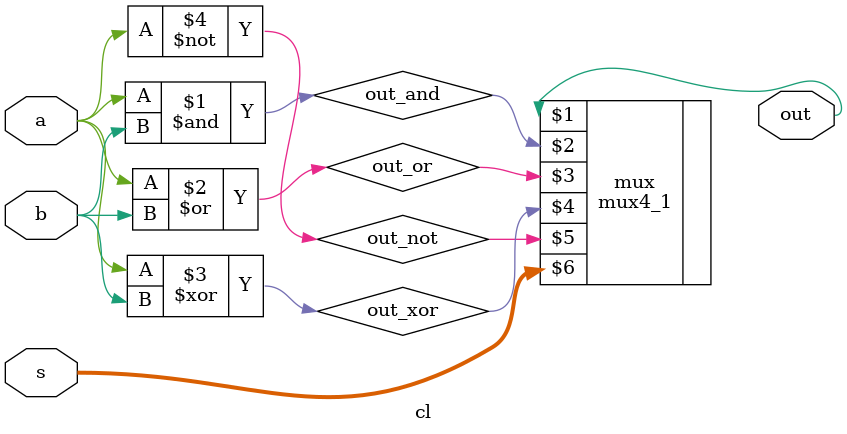
<source format=v>
module cl (output wire out, input wire a, b, input wire [1:0] s);

	wire out_and, out_or, out_xor, out_not;
	and and1 (out_and, a, b);
	or or1 (out_or, a, b);
	xor xor1 (out_xor, a, b);
	not not1 (out_not, a);
	mux4_1 mux (out, out_and, out_or, out_xor, out_not, s);

endmodule

</source>
